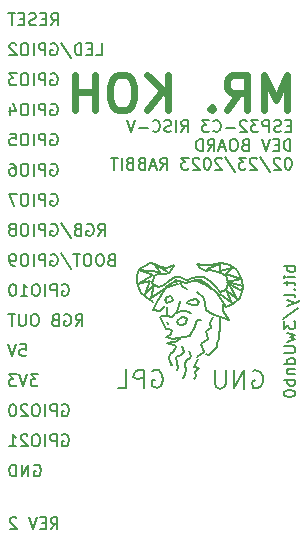
<source format=gbo>
%TF.GenerationSoftware,KiCad,Pcbnew,(6.0.10)*%
%TF.CreationDate,2023-02-05T17:29:38-05:00*%
%TF.ProjectId,MrKoh,4d724b6f-682e-46b6-9963-61645f706362,1*%
%TF.SameCoordinates,Original*%
%TF.FileFunction,Legend,Bot*%
%TF.FilePolarity,Positive*%
%FSLAX46Y46*%
G04 Gerber Fmt 4.6, Leading zero omitted, Abs format (unit mm)*
G04 Created by KiCad (PCBNEW (6.0.10)) date 2023-02-05 17:29:38*
%MOMM*%
%LPD*%
G01*
G04 APERTURE LIST*
%ADD10C,0.150000*%
%ADD11C,0.600000*%
%ADD12C,1.152000*%
%ADD13R,1.700000X1.700000*%
%ADD14O,1.700000X1.700000*%
%ADD15O,1.000000X1.600000*%
%ADD16C,0.650000*%
%ADD17O,1.000000X2.100000*%
G04 APERTURE END LIST*
D10*
X20828571Y-78527380D02*
X21161904Y-78051190D01*
X21400000Y-78527380D02*
X21400000Y-77527380D01*
X21019047Y-77527380D01*
X20923809Y-77575000D01*
X20876190Y-77622619D01*
X20828571Y-77717857D01*
X20828571Y-77860714D01*
X20876190Y-77955952D01*
X20923809Y-78003571D01*
X21019047Y-78051190D01*
X21400000Y-78051190D01*
X20400000Y-78003571D02*
X20066666Y-78003571D01*
X19923809Y-78527380D02*
X20400000Y-78527380D01*
X20400000Y-77527380D01*
X19923809Y-77527380D01*
X19638095Y-77527380D02*
X19304761Y-78527380D01*
X18971428Y-77527380D01*
X17923809Y-77622619D02*
X17876190Y-77575000D01*
X17780952Y-77527380D01*
X17542857Y-77527380D01*
X17447619Y-77575000D01*
X17400000Y-77622619D01*
X17352380Y-77717857D01*
X17352380Y-77813095D01*
X17400000Y-77955952D01*
X17971428Y-78527380D01*
X17352380Y-78527380D01*
X41126190Y-46489880D02*
X41126190Y-45489880D01*
X40888095Y-45489880D01*
X40745238Y-45537500D01*
X40650000Y-45632738D01*
X40602380Y-45727976D01*
X40554761Y-45918452D01*
X40554761Y-46061309D01*
X40602380Y-46251785D01*
X40650000Y-46347023D01*
X40745238Y-46442261D01*
X40888095Y-46489880D01*
X41126190Y-46489880D01*
X40126190Y-45966071D02*
X39792857Y-45966071D01*
X39650000Y-46489880D02*
X40126190Y-46489880D01*
X40126190Y-45489880D01*
X39650000Y-45489880D01*
X39364285Y-45489880D02*
X39030952Y-46489880D01*
X38697619Y-45489880D01*
X37269047Y-45966071D02*
X37126190Y-46013690D01*
X37078571Y-46061309D01*
X37030952Y-46156547D01*
X37030952Y-46299404D01*
X37078571Y-46394642D01*
X37126190Y-46442261D01*
X37221428Y-46489880D01*
X37602380Y-46489880D01*
X37602380Y-45489880D01*
X37269047Y-45489880D01*
X37173809Y-45537500D01*
X37126190Y-45585119D01*
X37078571Y-45680357D01*
X37078571Y-45775595D01*
X37126190Y-45870833D01*
X37173809Y-45918452D01*
X37269047Y-45966071D01*
X37602380Y-45966071D01*
X36411904Y-45489880D02*
X36221428Y-45489880D01*
X36126190Y-45537500D01*
X36030952Y-45632738D01*
X35983333Y-45823214D01*
X35983333Y-46156547D01*
X36030952Y-46347023D01*
X36126190Y-46442261D01*
X36221428Y-46489880D01*
X36411904Y-46489880D01*
X36507142Y-46442261D01*
X36602380Y-46347023D01*
X36650000Y-46156547D01*
X36650000Y-45823214D01*
X36602380Y-45632738D01*
X36507142Y-45537500D01*
X36411904Y-45489880D01*
X35602380Y-46204166D02*
X35126190Y-46204166D01*
X35697619Y-46489880D02*
X35364285Y-45489880D01*
X35030952Y-46489880D01*
X34126190Y-46489880D02*
X34459523Y-46013690D01*
X34697619Y-46489880D02*
X34697619Y-45489880D01*
X34316666Y-45489880D01*
X34221428Y-45537500D01*
X34173809Y-45585119D01*
X34126190Y-45680357D01*
X34126190Y-45823214D01*
X34173809Y-45918452D01*
X34221428Y-45966071D01*
X34316666Y-46013690D01*
X34697619Y-46013690D01*
X33697619Y-46489880D02*
X33697619Y-45489880D01*
X33459523Y-45489880D01*
X33316666Y-45537500D01*
X33221428Y-45632738D01*
X33173809Y-45727976D01*
X33126190Y-45918452D01*
X33126190Y-46061309D01*
X33173809Y-46251785D01*
X33221428Y-46347023D01*
X33316666Y-46442261D01*
X33459523Y-46489880D01*
X33697619Y-46489880D01*
X20852380Y-47633330D02*
X20947618Y-47585710D01*
X21090475Y-47585710D01*
X21233332Y-47633330D01*
X21328570Y-47728568D01*
X21376190Y-47823806D01*
X21423809Y-48014282D01*
X21423809Y-48157139D01*
X21376190Y-48347615D01*
X21328570Y-48442853D01*
X21233332Y-48538091D01*
X21090475Y-48585710D01*
X20995237Y-48585710D01*
X20852380Y-48538091D01*
X20804761Y-48490472D01*
X20804761Y-48157139D01*
X20995237Y-48157139D01*
X20376190Y-48585710D02*
X20376190Y-47585710D01*
X19995237Y-47585710D01*
X19899999Y-47633330D01*
X19852380Y-47680949D01*
X19804761Y-47776187D01*
X19804761Y-47919044D01*
X19852380Y-48014282D01*
X19899999Y-48061901D01*
X19995237Y-48109520D01*
X20376190Y-48109520D01*
X19376190Y-48585710D02*
X19376190Y-47585710D01*
X18709523Y-47585710D02*
X18519047Y-47585710D01*
X18423809Y-47633330D01*
X18328570Y-47728568D01*
X18280951Y-47919044D01*
X18280951Y-48252377D01*
X18328570Y-48442853D01*
X18423809Y-48538091D01*
X18519047Y-48585710D01*
X18709523Y-48585710D01*
X18804761Y-48538091D01*
X18899999Y-48442853D01*
X18947618Y-48252377D01*
X18947618Y-47919044D01*
X18899999Y-47728568D01*
X18804761Y-47633330D01*
X18709523Y-47585710D01*
X17423809Y-47585710D02*
X17614285Y-47585710D01*
X17709523Y-47633330D01*
X17757142Y-47680949D01*
X17852380Y-47823806D01*
X17899999Y-48014282D01*
X17899999Y-48395234D01*
X17852380Y-48490472D01*
X17804761Y-48538091D01*
X17709523Y-48585710D01*
X17519047Y-48585710D01*
X17423809Y-48538091D01*
X17376190Y-48490472D01*
X17328570Y-48395234D01*
X17328570Y-48157139D01*
X17376190Y-48061901D01*
X17423809Y-48014282D01*
X17519047Y-47966663D01*
X17709523Y-47966663D01*
X17804761Y-48014282D01*
X17852380Y-48061901D01*
X17899999Y-48157139D01*
X41542380Y-56270000D02*
X40542380Y-56270000D01*
X40923333Y-56270000D02*
X40875714Y-56365238D01*
X40875714Y-56555714D01*
X40923333Y-56650952D01*
X40970952Y-56698571D01*
X41066190Y-56746190D01*
X41351904Y-56746190D01*
X41447142Y-56698571D01*
X41494761Y-56650952D01*
X41542380Y-56555714D01*
X41542380Y-56365238D01*
X41494761Y-56270000D01*
X41542380Y-57174761D02*
X40875714Y-57174761D01*
X40542380Y-57174761D02*
X40590000Y-57127142D01*
X40637619Y-57174761D01*
X40590000Y-57222380D01*
X40542380Y-57174761D01*
X40637619Y-57174761D01*
X40875714Y-57508095D02*
X40875714Y-57889047D01*
X40542380Y-57650952D02*
X41399523Y-57650952D01*
X41494761Y-57698571D01*
X41542380Y-57793809D01*
X41542380Y-57889047D01*
X41447142Y-58222380D02*
X41494761Y-58270000D01*
X41542380Y-58222380D01*
X41494761Y-58174761D01*
X41447142Y-58222380D01*
X41542380Y-58222380D01*
X41542380Y-58841428D02*
X41494761Y-58746190D01*
X41399523Y-58698571D01*
X40542380Y-58698571D01*
X40875714Y-59127142D02*
X41542380Y-59365238D01*
X40875714Y-59603333D02*
X41542380Y-59365238D01*
X41780476Y-59270000D01*
X41828095Y-59222380D01*
X41875714Y-59127142D01*
X40494761Y-60698571D02*
X41780476Y-59841428D01*
X40542380Y-60936666D02*
X40542380Y-61555714D01*
X40923333Y-61222380D01*
X40923333Y-61365238D01*
X40970952Y-61460476D01*
X41018571Y-61508095D01*
X41113809Y-61555714D01*
X41351904Y-61555714D01*
X41447142Y-61508095D01*
X41494761Y-61460476D01*
X41542380Y-61365238D01*
X41542380Y-61079523D01*
X41494761Y-60984285D01*
X41447142Y-60936666D01*
X40875714Y-61889047D02*
X41542380Y-62079523D01*
X41066190Y-62270000D01*
X41542380Y-62460476D01*
X40875714Y-62650952D01*
X40542380Y-63031904D02*
X41351904Y-63031904D01*
X41447142Y-63079523D01*
X41494761Y-63127142D01*
X41542380Y-63222380D01*
X41542380Y-63412857D01*
X41494761Y-63508095D01*
X41447142Y-63555714D01*
X41351904Y-63603333D01*
X40542380Y-63603333D01*
X41542380Y-64508095D02*
X40542380Y-64508095D01*
X41494761Y-64508095D02*
X41542380Y-64412857D01*
X41542380Y-64222380D01*
X41494761Y-64127142D01*
X41447142Y-64079523D01*
X41351904Y-64031904D01*
X41066190Y-64031904D01*
X40970952Y-64079523D01*
X40923333Y-64127142D01*
X40875714Y-64222380D01*
X40875714Y-64412857D01*
X40923333Y-64508095D01*
X40875714Y-64984285D02*
X41542380Y-64984285D01*
X40970952Y-64984285D02*
X40923333Y-65031904D01*
X40875714Y-65127142D01*
X40875714Y-65270000D01*
X40923333Y-65365238D01*
X41018571Y-65412857D01*
X41542380Y-65412857D01*
X41542380Y-65889047D02*
X40542380Y-65889047D01*
X40923333Y-65889047D02*
X40875714Y-65984285D01*
X40875714Y-66174761D01*
X40923333Y-66270000D01*
X40970952Y-66317619D01*
X41066190Y-66365238D01*
X41351904Y-66365238D01*
X41447142Y-66317619D01*
X41494761Y-66270000D01*
X41542380Y-66174761D01*
X41542380Y-65984285D01*
X41494761Y-65889047D01*
X40542380Y-66984285D02*
X40542380Y-67079523D01*
X40590000Y-67174761D01*
X40637619Y-67222380D01*
X40732857Y-67270000D01*
X40923333Y-67317619D01*
X41161428Y-67317619D01*
X41351904Y-67270000D01*
X41447142Y-67222380D01*
X41494761Y-67174761D01*
X41542380Y-67079523D01*
X41542380Y-66984285D01*
X41494761Y-66889047D01*
X41447142Y-66841428D01*
X41351904Y-66793809D01*
X41161428Y-66746190D01*
X40923333Y-66746190D01*
X40732857Y-66793809D01*
X40637619Y-66841428D01*
X40590000Y-66889047D01*
X40542380Y-66984285D01*
X21804760Y-57819994D02*
X21899999Y-57772374D01*
X22042856Y-57772374D01*
X22185713Y-57819994D01*
X22280951Y-57915232D01*
X22328570Y-58010470D01*
X22376189Y-58200946D01*
X22376189Y-58343803D01*
X22328570Y-58534279D01*
X22280951Y-58629517D01*
X22185713Y-58724755D01*
X22042856Y-58772374D01*
X21947618Y-58772374D01*
X21804760Y-58724755D01*
X21757141Y-58677136D01*
X21757141Y-58343803D01*
X21947618Y-58343803D01*
X21328570Y-58772374D02*
X21328570Y-57772374D01*
X20947618Y-57772374D01*
X20852380Y-57819994D01*
X20804760Y-57867613D01*
X20757141Y-57962851D01*
X20757141Y-58105708D01*
X20804760Y-58200946D01*
X20852380Y-58248565D01*
X20947618Y-58296184D01*
X21328570Y-58296184D01*
X20328570Y-58772374D02*
X20328570Y-57772374D01*
X19661903Y-57772374D02*
X19471427Y-57772374D01*
X19376189Y-57819994D01*
X19280951Y-57915232D01*
X19233332Y-58105708D01*
X19233332Y-58439041D01*
X19280951Y-58629517D01*
X19376189Y-58724755D01*
X19471427Y-58772374D01*
X19661903Y-58772374D01*
X19757141Y-58724755D01*
X19852380Y-58629517D01*
X19899999Y-58439041D01*
X19899999Y-58105708D01*
X19852380Y-57915232D01*
X19757141Y-57819994D01*
X19661903Y-57772374D01*
X18280951Y-58772374D02*
X18852380Y-58772374D01*
X18566665Y-58772374D02*
X18566665Y-57772374D01*
X18661903Y-57915232D01*
X18757141Y-58010470D01*
X18852380Y-58058089D01*
X17661903Y-57772374D02*
X17566665Y-57772374D01*
X17471427Y-57819994D01*
X17423808Y-57867613D01*
X17376189Y-57962851D01*
X17328570Y-58153327D01*
X17328570Y-58391422D01*
X17376189Y-58581898D01*
X17423808Y-58677136D01*
X17471427Y-58724755D01*
X17566665Y-58772374D01*
X17661903Y-58772374D01*
X17757141Y-58724755D01*
X17804760Y-58677136D01*
X17852380Y-58581898D01*
X17899999Y-58391422D01*
X17899999Y-58153327D01*
X17852380Y-57962851D01*
X17804760Y-57867613D01*
X17757141Y-57819994D01*
X17661903Y-57772374D01*
X21804760Y-70553324D02*
X21899999Y-70505704D01*
X22042856Y-70505704D01*
X22185713Y-70553324D01*
X22280951Y-70648562D01*
X22328570Y-70743800D01*
X22376189Y-70934276D01*
X22376189Y-71077133D01*
X22328570Y-71267609D01*
X22280951Y-71362847D01*
X22185713Y-71458085D01*
X22042856Y-71505704D01*
X21947618Y-71505704D01*
X21804760Y-71458085D01*
X21757141Y-71410466D01*
X21757141Y-71077133D01*
X21947618Y-71077133D01*
X21328570Y-71505704D02*
X21328570Y-70505704D01*
X20947618Y-70505704D01*
X20852380Y-70553324D01*
X20804760Y-70600943D01*
X20757141Y-70696181D01*
X20757141Y-70839038D01*
X20804760Y-70934276D01*
X20852380Y-70981895D01*
X20947618Y-71029514D01*
X21328570Y-71029514D01*
X20328570Y-71505704D02*
X20328570Y-70505704D01*
X19661903Y-70505704D02*
X19471427Y-70505704D01*
X19376189Y-70553324D01*
X19280951Y-70648562D01*
X19233332Y-70839038D01*
X19233332Y-71172371D01*
X19280951Y-71362847D01*
X19376189Y-71458085D01*
X19471427Y-71505704D01*
X19661903Y-71505704D01*
X19757141Y-71458085D01*
X19852380Y-71362847D01*
X19899999Y-71172371D01*
X19899999Y-70839038D01*
X19852380Y-70648562D01*
X19757141Y-70553324D01*
X19661903Y-70505704D01*
X18852380Y-70600943D02*
X18804760Y-70553324D01*
X18709522Y-70505704D01*
X18471427Y-70505704D01*
X18376189Y-70553324D01*
X18328570Y-70600943D01*
X18280951Y-70696181D01*
X18280951Y-70791419D01*
X18328570Y-70934276D01*
X18899999Y-71505704D01*
X18280951Y-71505704D01*
X17328570Y-71505704D02*
X17899999Y-71505704D01*
X17614284Y-71505704D02*
X17614284Y-70505704D01*
X17709522Y-70648562D01*
X17804760Y-70743800D01*
X17899999Y-70791419D01*
X19757142Y-65412372D02*
X19138094Y-65412372D01*
X19471427Y-65793325D01*
X19328570Y-65793325D01*
X19233332Y-65840944D01*
X19185713Y-65888563D01*
X19138094Y-65983801D01*
X19138094Y-66221896D01*
X19185713Y-66317134D01*
X19233332Y-66364753D01*
X19328570Y-66412372D01*
X19614285Y-66412372D01*
X19709523Y-66364753D01*
X19757142Y-66317134D01*
X18852380Y-65412372D02*
X18519047Y-66412372D01*
X18185713Y-65412372D01*
X17947618Y-65412372D02*
X17328570Y-65412372D01*
X17661904Y-65793325D01*
X17519047Y-65793325D01*
X17423808Y-65840944D01*
X17376189Y-65888563D01*
X17328570Y-65983801D01*
X17328570Y-66221896D01*
X17376189Y-66317134D01*
X17423808Y-66364753D01*
X17519047Y-66412372D01*
X17804761Y-66412372D01*
X17899999Y-66364753D01*
X17947618Y-66317134D01*
X24852380Y-53679042D02*
X25185714Y-53202852D01*
X25423809Y-53679042D02*
X25423809Y-52679042D01*
X25042857Y-52679042D01*
X24947619Y-52726662D01*
X24900000Y-52774281D01*
X24852380Y-52869519D01*
X24852380Y-53012376D01*
X24900000Y-53107614D01*
X24947619Y-53155233D01*
X25042857Y-53202852D01*
X25423809Y-53202852D01*
X23900000Y-52726662D02*
X23995238Y-52679042D01*
X24138095Y-52679042D01*
X24280952Y-52726662D01*
X24376190Y-52821900D01*
X24423809Y-52917138D01*
X24471428Y-53107614D01*
X24471428Y-53250471D01*
X24423809Y-53440947D01*
X24376190Y-53536185D01*
X24280952Y-53631423D01*
X24138095Y-53679042D01*
X24042857Y-53679042D01*
X23900000Y-53631423D01*
X23852380Y-53583804D01*
X23852380Y-53250471D01*
X24042857Y-53250471D01*
X23090476Y-53155233D02*
X22947619Y-53202852D01*
X22900000Y-53250471D01*
X22852380Y-53345709D01*
X22852380Y-53488566D01*
X22900000Y-53583804D01*
X22947619Y-53631423D01*
X23042857Y-53679042D01*
X23423809Y-53679042D01*
X23423809Y-52679042D01*
X23090476Y-52679042D01*
X22995238Y-52726662D01*
X22947619Y-52774281D01*
X22900000Y-52869519D01*
X22900000Y-52964757D01*
X22947619Y-53059995D01*
X22995238Y-53107614D01*
X23090476Y-53155233D01*
X23423809Y-53155233D01*
X21709523Y-52631423D02*
X22566666Y-53917138D01*
X20852380Y-52726662D02*
X20947619Y-52679042D01*
X21090476Y-52679042D01*
X21233333Y-52726662D01*
X21328571Y-52821900D01*
X21376190Y-52917138D01*
X21423809Y-53107614D01*
X21423809Y-53250471D01*
X21376190Y-53440947D01*
X21328571Y-53536185D01*
X21233333Y-53631423D01*
X21090476Y-53679042D01*
X20995238Y-53679042D01*
X20852380Y-53631423D01*
X20804761Y-53583804D01*
X20804761Y-53250471D01*
X20995238Y-53250471D01*
X20376190Y-53679042D02*
X20376190Y-52679042D01*
X19995238Y-52679042D01*
X19900000Y-52726662D01*
X19852380Y-52774281D01*
X19804761Y-52869519D01*
X19804761Y-53012376D01*
X19852380Y-53107614D01*
X19900000Y-53155233D01*
X19995238Y-53202852D01*
X20376190Y-53202852D01*
X19376190Y-53679042D02*
X19376190Y-52679042D01*
X18709523Y-52679042D02*
X18519047Y-52679042D01*
X18423809Y-52726662D01*
X18328571Y-52821900D01*
X18280952Y-53012376D01*
X18280952Y-53345709D01*
X18328571Y-53536185D01*
X18423809Y-53631423D01*
X18519047Y-53679042D01*
X18709523Y-53679042D01*
X18804761Y-53631423D01*
X18900000Y-53536185D01*
X18947619Y-53345709D01*
X18947619Y-53012376D01*
X18900000Y-52821900D01*
X18804761Y-52726662D01*
X18709523Y-52679042D01*
X17709523Y-53107614D02*
X17804761Y-53059995D01*
X17852380Y-53012376D01*
X17900000Y-52917138D01*
X17900000Y-52869519D01*
X17852380Y-52774281D01*
X17804761Y-52726662D01*
X17709523Y-52679042D01*
X17519047Y-52679042D01*
X17423809Y-52726662D01*
X17376190Y-52774281D01*
X17328571Y-52869519D01*
X17328571Y-52917138D01*
X17376190Y-53012376D01*
X17423809Y-53059995D01*
X17519047Y-53107614D01*
X17709523Y-53107614D01*
X17804761Y-53155233D01*
X17852380Y-53202852D01*
X17900000Y-53298090D01*
X17900000Y-53488566D01*
X17852380Y-53583804D01*
X17804761Y-53631423D01*
X17709523Y-53679042D01*
X17519047Y-53679042D01*
X17423809Y-53631423D01*
X17376190Y-53583804D01*
X17328571Y-53488566D01*
X17328571Y-53298090D01*
X17376190Y-53202852D01*
X17423809Y-53155233D01*
X17519047Y-53107614D01*
X24661903Y-38399046D02*
X25138094Y-38399046D01*
X25138094Y-37399046D01*
X24328570Y-37875237D02*
X23995237Y-37875237D01*
X23852380Y-38399046D02*
X24328570Y-38399046D01*
X24328570Y-37399046D01*
X23852380Y-37399046D01*
X23423808Y-38399046D02*
X23423808Y-37399046D01*
X23185713Y-37399046D01*
X23042856Y-37446666D01*
X22947618Y-37541904D01*
X22899999Y-37637142D01*
X22852380Y-37827618D01*
X22852380Y-37970475D01*
X22899999Y-38160951D01*
X22947618Y-38256189D01*
X23042856Y-38351427D01*
X23185713Y-38399046D01*
X23423808Y-38399046D01*
X21709522Y-37351427D02*
X22566665Y-38637142D01*
X20852380Y-37446666D02*
X20947618Y-37399046D01*
X21090475Y-37399046D01*
X21233332Y-37446666D01*
X21328570Y-37541904D01*
X21376189Y-37637142D01*
X21423808Y-37827618D01*
X21423808Y-37970475D01*
X21376189Y-38160951D01*
X21328570Y-38256189D01*
X21233332Y-38351427D01*
X21090475Y-38399046D01*
X20995237Y-38399046D01*
X20852380Y-38351427D01*
X20804761Y-38303808D01*
X20804761Y-37970475D01*
X20995237Y-37970475D01*
X20376189Y-38399046D02*
X20376189Y-37399046D01*
X19995237Y-37399046D01*
X19899999Y-37446666D01*
X19852380Y-37494285D01*
X19804761Y-37589523D01*
X19804761Y-37732380D01*
X19852380Y-37827618D01*
X19899999Y-37875237D01*
X19995237Y-37922856D01*
X20376189Y-37922856D01*
X19376189Y-38399046D02*
X19376189Y-37399046D01*
X18709522Y-37399046D02*
X18519046Y-37399046D01*
X18423808Y-37446666D01*
X18328570Y-37541904D01*
X18280951Y-37732380D01*
X18280951Y-38065713D01*
X18328570Y-38256189D01*
X18423808Y-38351427D01*
X18519046Y-38399046D01*
X18709522Y-38399046D01*
X18804761Y-38351427D01*
X18899999Y-38256189D01*
X18947618Y-38065713D01*
X18947618Y-37732380D01*
X18899999Y-37541904D01*
X18804761Y-37446666D01*
X18709522Y-37399046D01*
X17899999Y-37494285D02*
X17852380Y-37446666D01*
X17757142Y-37399046D01*
X17519046Y-37399046D01*
X17423808Y-37446666D01*
X17376189Y-37494285D01*
X17328570Y-37589523D01*
X17328570Y-37684761D01*
X17376189Y-37827618D01*
X17947618Y-38399046D01*
X17328570Y-38399046D01*
X20852380Y-45086664D02*
X20947618Y-45039044D01*
X21090475Y-45039044D01*
X21233332Y-45086664D01*
X21328570Y-45181902D01*
X21376190Y-45277140D01*
X21423809Y-45467616D01*
X21423809Y-45610473D01*
X21376190Y-45800949D01*
X21328570Y-45896187D01*
X21233332Y-45991425D01*
X21090475Y-46039044D01*
X20995237Y-46039044D01*
X20852380Y-45991425D01*
X20804761Y-45943806D01*
X20804761Y-45610473D01*
X20995237Y-45610473D01*
X20376190Y-46039044D02*
X20376190Y-45039044D01*
X19995237Y-45039044D01*
X19899999Y-45086664D01*
X19852380Y-45134283D01*
X19804761Y-45229521D01*
X19804761Y-45372378D01*
X19852380Y-45467616D01*
X19899999Y-45515235D01*
X19995237Y-45562854D01*
X20376190Y-45562854D01*
X19376190Y-46039044D02*
X19376190Y-45039044D01*
X18709523Y-45039044D02*
X18519047Y-45039044D01*
X18423809Y-45086664D01*
X18328570Y-45181902D01*
X18280951Y-45372378D01*
X18280951Y-45705711D01*
X18328570Y-45896187D01*
X18423809Y-45991425D01*
X18519047Y-46039044D01*
X18709523Y-46039044D01*
X18804761Y-45991425D01*
X18899999Y-45896187D01*
X18947618Y-45705711D01*
X18947618Y-45372378D01*
X18899999Y-45181902D01*
X18804761Y-45086664D01*
X18709523Y-45039044D01*
X17376190Y-45039044D02*
X17852380Y-45039044D01*
X17899999Y-45515235D01*
X17852380Y-45467616D01*
X17757142Y-45419997D01*
X17519047Y-45419997D01*
X17423809Y-45467616D01*
X17376190Y-45515235D01*
X17328570Y-45610473D01*
X17328570Y-45848568D01*
X17376190Y-45943806D01*
X17423809Y-45991425D01*
X17519047Y-46039044D01*
X17757142Y-46039044D01*
X17852380Y-45991425D01*
X17899999Y-45943806D01*
X25947618Y-55701899D02*
X25804761Y-55749518D01*
X25757142Y-55797137D01*
X25709523Y-55892375D01*
X25709523Y-56035232D01*
X25757142Y-56130470D01*
X25804761Y-56178089D01*
X25899999Y-56225708D01*
X26280951Y-56225708D01*
X26280951Y-55225708D01*
X25947618Y-55225708D01*
X25852380Y-55273328D01*
X25804761Y-55320947D01*
X25757142Y-55416185D01*
X25757142Y-55511423D01*
X25804761Y-55606661D01*
X25852380Y-55654280D01*
X25947618Y-55701899D01*
X26280951Y-55701899D01*
X25090475Y-55225708D02*
X24899999Y-55225708D01*
X24804761Y-55273328D01*
X24709523Y-55368566D01*
X24661904Y-55559042D01*
X24661904Y-55892375D01*
X24709523Y-56082851D01*
X24804761Y-56178089D01*
X24899999Y-56225708D01*
X25090475Y-56225708D01*
X25185713Y-56178089D01*
X25280951Y-56082851D01*
X25328571Y-55892375D01*
X25328571Y-55559042D01*
X25280951Y-55368566D01*
X25185713Y-55273328D01*
X25090475Y-55225708D01*
X24042856Y-55225708D02*
X23852380Y-55225708D01*
X23757142Y-55273328D01*
X23661904Y-55368566D01*
X23614285Y-55559042D01*
X23614285Y-55892375D01*
X23661904Y-56082851D01*
X23757142Y-56178089D01*
X23852380Y-56225708D01*
X24042856Y-56225708D01*
X24138094Y-56178089D01*
X24233332Y-56082851D01*
X24280951Y-55892375D01*
X24280951Y-55559042D01*
X24233332Y-55368566D01*
X24138094Y-55273328D01*
X24042856Y-55225708D01*
X23328571Y-55225708D02*
X22757142Y-55225708D01*
X23042856Y-56225708D02*
X23042856Y-55225708D01*
X21709523Y-55178089D02*
X22566666Y-56463804D01*
X20852380Y-55273328D02*
X20947618Y-55225708D01*
X21090475Y-55225708D01*
X21233332Y-55273328D01*
X21328571Y-55368566D01*
X21376190Y-55463804D01*
X21423809Y-55654280D01*
X21423809Y-55797137D01*
X21376190Y-55987613D01*
X21328571Y-56082851D01*
X21233332Y-56178089D01*
X21090475Y-56225708D01*
X20995237Y-56225708D01*
X20852380Y-56178089D01*
X20804761Y-56130470D01*
X20804761Y-55797137D01*
X20995237Y-55797137D01*
X20376190Y-56225708D02*
X20376190Y-55225708D01*
X19995237Y-55225708D01*
X19899999Y-55273328D01*
X19852380Y-55320947D01*
X19804761Y-55416185D01*
X19804761Y-55559042D01*
X19852380Y-55654280D01*
X19899999Y-55701899D01*
X19995237Y-55749518D01*
X20376190Y-55749518D01*
X19376190Y-56225708D02*
X19376190Y-55225708D01*
X18709523Y-55225708D02*
X18519047Y-55225708D01*
X18423809Y-55273328D01*
X18328570Y-55368566D01*
X18280951Y-55559042D01*
X18280951Y-55892375D01*
X18328570Y-56082851D01*
X18423809Y-56178089D01*
X18519047Y-56225708D01*
X18709523Y-56225708D01*
X18804761Y-56178089D01*
X18899999Y-56082851D01*
X18947618Y-55892375D01*
X18947618Y-55559042D01*
X18899999Y-55368566D01*
X18804761Y-55273328D01*
X18709523Y-55225708D01*
X17804761Y-56225708D02*
X17614285Y-56225708D01*
X17519047Y-56178089D01*
X17471428Y-56130470D01*
X17376190Y-55987613D01*
X17328570Y-55797137D01*
X17328570Y-55416185D01*
X17376190Y-55320947D01*
X17423809Y-55273328D01*
X17519047Y-55225708D01*
X17709523Y-55225708D01*
X17804761Y-55273328D01*
X17852380Y-55320947D01*
X17899999Y-55416185D01*
X17899999Y-55654280D01*
X17852380Y-55749518D01*
X17804761Y-55797137D01*
X17709523Y-55844756D01*
X17519047Y-55844756D01*
X17423809Y-55797137D01*
X17376190Y-55749518D01*
X17328570Y-55654280D01*
X20852380Y-42539998D02*
X20947618Y-42492378D01*
X21090475Y-42492378D01*
X21233332Y-42539998D01*
X21328570Y-42635236D01*
X21376190Y-42730474D01*
X21423809Y-42920950D01*
X21423809Y-43063807D01*
X21376190Y-43254283D01*
X21328570Y-43349521D01*
X21233332Y-43444759D01*
X21090475Y-43492378D01*
X20995237Y-43492378D01*
X20852380Y-43444759D01*
X20804761Y-43397140D01*
X20804761Y-43063807D01*
X20995237Y-43063807D01*
X20376190Y-43492378D02*
X20376190Y-42492378D01*
X19995237Y-42492378D01*
X19899999Y-42539998D01*
X19852380Y-42587617D01*
X19804761Y-42682855D01*
X19804761Y-42825712D01*
X19852380Y-42920950D01*
X19899999Y-42968569D01*
X19995237Y-43016188D01*
X20376190Y-43016188D01*
X19376190Y-43492378D02*
X19376190Y-42492378D01*
X18709523Y-42492378D02*
X18519047Y-42492378D01*
X18423809Y-42539998D01*
X18328570Y-42635236D01*
X18280951Y-42825712D01*
X18280951Y-43159045D01*
X18328570Y-43349521D01*
X18423809Y-43444759D01*
X18519047Y-43492378D01*
X18709523Y-43492378D01*
X18804761Y-43444759D01*
X18899999Y-43349521D01*
X18947618Y-43159045D01*
X18947618Y-42825712D01*
X18899999Y-42635236D01*
X18804761Y-42539998D01*
X18709523Y-42492378D01*
X17423809Y-42825712D02*
X17423809Y-43492378D01*
X17661904Y-42444759D02*
X17899999Y-43159045D01*
X17280951Y-43159045D01*
X19423808Y-73100000D02*
X19519046Y-73052380D01*
X19661904Y-73052380D01*
X19804761Y-73100000D01*
X19899999Y-73195238D01*
X19947618Y-73290476D01*
X19995237Y-73480952D01*
X19995237Y-73623809D01*
X19947618Y-73814285D01*
X19899999Y-73909523D01*
X19804761Y-74004761D01*
X19661904Y-74052380D01*
X19566665Y-74052380D01*
X19423808Y-74004761D01*
X19376189Y-73957142D01*
X19376189Y-73623809D01*
X19566665Y-73623809D01*
X18947618Y-74052380D02*
X18947618Y-73052380D01*
X18376189Y-74052380D01*
X18376189Y-73052380D01*
X17899999Y-74052380D02*
X17899999Y-73052380D01*
X17661904Y-73052380D01*
X17519046Y-73100000D01*
X17423808Y-73195238D01*
X17376189Y-73290476D01*
X17328570Y-73480952D01*
X17328570Y-73623809D01*
X17376189Y-73814285D01*
X17423808Y-73909523D01*
X17519046Y-74004761D01*
X17661904Y-74052380D01*
X17899999Y-74052380D01*
X20852380Y-50179996D02*
X20947618Y-50132376D01*
X21090475Y-50132376D01*
X21233332Y-50179996D01*
X21328570Y-50275234D01*
X21376190Y-50370472D01*
X21423809Y-50560948D01*
X21423809Y-50703805D01*
X21376190Y-50894281D01*
X21328570Y-50989519D01*
X21233332Y-51084757D01*
X21090475Y-51132376D01*
X20995237Y-51132376D01*
X20852380Y-51084757D01*
X20804761Y-51037138D01*
X20804761Y-50703805D01*
X20995237Y-50703805D01*
X20376190Y-51132376D02*
X20376190Y-50132376D01*
X19995237Y-50132376D01*
X19899999Y-50179996D01*
X19852380Y-50227615D01*
X19804761Y-50322853D01*
X19804761Y-50465710D01*
X19852380Y-50560948D01*
X19899999Y-50608567D01*
X19995237Y-50656186D01*
X20376190Y-50656186D01*
X19376190Y-51132376D02*
X19376190Y-50132376D01*
X18709523Y-50132376D02*
X18519047Y-50132376D01*
X18423809Y-50179996D01*
X18328570Y-50275234D01*
X18280951Y-50465710D01*
X18280951Y-50799043D01*
X18328570Y-50989519D01*
X18423809Y-51084757D01*
X18519047Y-51132376D01*
X18709523Y-51132376D01*
X18804761Y-51084757D01*
X18899999Y-50989519D01*
X18947618Y-50799043D01*
X18947618Y-50465710D01*
X18899999Y-50275234D01*
X18804761Y-50179996D01*
X18709523Y-50132376D01*
X17947618Y-50132376D02*
X17280951Y-50132376D01*
X17709523Y-51132376D01*
X41172619Y-44378571D02*
X40839286Y-44378571D01*
X40696428Y-44902380D02*
X41172619Y-44902380D01*
X41172619Y-43902380D01*
X40696428Y-43902380D01*
X40315476Y-44854761D02*
X40172619Y-44902380D01*
X39934524Y-44902380D01*
X39839286Y-44854761D01*
X39791667Y-44807142D01*
X39744047Y-44711904D01*
X39744047Y-44616666D01*
X39791667Y-44521428D01*
X39839286Y-44473809D01*
X39934524Y-44426190D01*
X40125000Y-44378571D01*
X40220238Y-44330952D01*
X40267857Y-44283333D01*
X40315476Y-44188095D01*
X40315476Y-44092857D01*
X40267857Y-43997619D01*
X40220238Y-43950000D01*
X40125000Y-43902380D01*
X39886905Y-43902380D01*
X39744047Y-43950000D01*
X39315476Y-44902380D02*
X39315476Y-43902380D01*
X38934524Y-43902380D01*
X38839286Y-43950000D01*
X38791667Y-43997619D01*
X38744047Y-44092857D01*
X38744047Y-44235714D01*
X38791667Y-44330952D01*
X38839286Y-44378571D01*
X38934524Y-44426190D01*
X39315476Y-44426190D01*
X38410714Y-43902380D02*
X37791667Y-43902380D01*
X38125000Y-44283333D01*
X37982143Y-44283333D01*
X37886905Y-44330952D01*
X37839286Y-44378571D01*
X37791667Y-44473809D01*
X37791667Y-44711904D01*
X37839286Y-44807142D01*
X37886905Y-44854761D01*
X37982143Y-44902380D01*
X38267857Y-44902380D01*
X38363095Y-44854761D01*
X38410714Y-44807142D01*
X37410714Y-43997619D02*
X37363095Y-43950000D01*
X37267857Y-43902380D01*
X37029762Y-43902380D01*
X36934524Y-43950000D01*
X36886905Y-43997619D01*
X36839286Y-44092857D01*
X36839286Y-44188095D01*
X36886905Y-44330952D01*
X37458333Y-44902380D01*
X36839286Y-44902380D01*
X36410714Y-44521428D02*
X35648809Y-44521428D01*
X34601190Y-44807142D02*
X34648809Y-44854761D01*
X34791667Y-44902380D01*
X34886905Y-44902380D01*
X35029762Y-44854761D01*
X35125000Y-44759523D01*
X35172619Y-44664285D01*
X35220238Y-44473809D01*
X35220238Y-44330952D01*
X35172619Y-44140476D01*
X35125000Y-44045238D01*
X35029762Y-43950000D01*
X34886905Y-43902380D01*
X34791667Y-43902380D01*
X34648809Y-43950000D01*
X34601190Y-43997619D01*
X34267857Y-43902380D02*
X33648809Y-43902380D01*
X33982143Y-44283333D01*
X33839286Y-44283333D01*
X33744047Y-44330952D01*
X33696428Y-44378571D01*
X33648809Y-44473809D01*
X33648809Y-44711904D01*
X33696428Y-44807142D01*
X33744047Y-44854761D01*
X33839286Y-44902380D01*
X34125000Y-44902380D01*
X34220238Y-44854761D01*
X34267857Y-44807142D01*
X31886905Y-44902380D02*
X32220238Y-44426190D01*
X32458333Y-44902380D02*
X32458333Y-43902380D01*
X32077381Y-43902380D01*
X31982143Y-43950000D01*
X31934524Y-43997619D01*
X31886905Y-44092857D01*
X31886905Y-44235714D01*
X31934524Y-44330952D01*
X31982143Y-44378571D01*
X32077381Y-44426190D01*
X32458333Y-44426190D01*
X31458333Y-44902380D02*
X31458333Y-43902380D01*
X31029762Y-44854761D02*
X30886905Y-44902380D01*
X30648809Y-44902380D01*
X30553571Y-44854761D01*
X30505952Y-44807142D01*
X30458333Y-44711904D01*
X30458333Y-44616666D01*
X30505952Y-44521428D01*
X30553571Y-44473809D01*
X30648809Y-44426190D01*
X30839286Y-44378571D01*
X30934524Y-44330952D01*
X30982143Y-44283333D01*
X31029762Y-44188095D01*
X31029762Y-44092857D01*
X30982143Y-43997619D01*
X30934524Y-43950000D01*
X30839286Y-43902380D01*
X30601190Y-43902380D01*
X30458333Y-43950000D01*
X29458333Y-44807142D02*
X29505952Y-44854761D01*
X29648809Y-44902380D01*
X29744047Y-44902380D01*
X29886905Y-44854761D01*
X29982143Y-44759523D01*
X30029762Y-44664285D01*
X30077381Y-44473809D01*
X30077381Y-44330952D01*
X30029762Y-44140476D01*
X29982143Y-44045238D01*
X29886905Y-43950000D01*
X29744047Y-43902380D01*
X29648809Y-43902380D01*
X29505952Y-43950000D01*
X29458333Y-43997619D01*
X29029762Y-44521428D02*
X28267857Y-44521428D01*
X27934524Y-43902380D02*
X27601190Y-44902380D01*
X27267857Y-43902380D01*
X20852380Y-39993332D02*
X20947618Y-39945712D01*
X21090475Y-39945712D01*
X21233332Y-39993332D01*
X21328570Y-40088570D01*
X21376190Y-40183808D01*
X21423809Y-40374284D01*
X21423809Y-40517141D01*
X21376190Y-40707617D01*
X21328570Y-40802855D01*
X21233332Y-40898093D01*
X21090475Y-40945712D01*
X20995237Y-40945712D01*
X20852380Y-40898093D01*
X20804761Y-40850474D01*
X20804761Y-40517141D01*
X20995237Y-40517141D01*
X20376190Y-40945712D02*
X20376190Y-39945712D01*
X19995237Y-39945712D01*
X19899999Y-39993332D01*
X19852380Y-40040951D01*
X19804761Y-40136189D01*
X19804761Y-40279046D01*
X19852380Y-40374284D01*
X19899999Y-40421903D01*
X19995237Y-40469522D01*
X20376190Y-40469522D01*
X19376190Y-40945712D02*
X19376190Y-39945712D01*
X18709523Y-39945712D02*
X18519047Y-39945712D01*
X18423809Y-39993332D01*
X18328570Y-40088570D01*
X18280951Y-40279046D01*
X18280951Y-40612379D01*
X18328570Y-40802855D01*
X18423809Y-40898093D01*
X18519047Y-40945712D01*
X18709523Y-40945712D01*
X18804761Y-40898093D01*
X18899999Y-40802855D01*
X18947618Y-40612379D01*
X18947618Y-40279046D01*
X18899999Y-40088570D01*
X18804761Y-39993332D01*
X18709523Y-39945712D01*
X17947618Y-39945712D02*
X17328570Y-39945712D01*
X17661904Y-40326665D01*
X17519047Y-40326665D01*
X17423809Y-40374284D01*
X17376190Y-40421903D01*
X17328570Y-40517141D01*
X17328570Y-40755236D01*
X17376190Y-40850474D01*
X17423809Y-40898093D01*
X17519047Y-40945712D01*
X17804761Y-40945712D01*
X17899999Y-40898093D01*
X17947618Y-40850474D01*
X20852380Y-35852380D02*
X21185714Y-35376190D01*
X21423809Y-35852380D02*
X21423809Y-34852380D01*
X21042857Y-34852380D01*
X20947619Y-34900000D01*
X20900000Y-34947619D01*
X20852380Y-35042857D01*
X20852380Y-35185714D01*
X20900000Y-35280952D01*
X20947619Y-35328571D01*
X21042857Y-35376190D01*
X21423809Y-35376190D01*
X20423809Y-35328571D02*
X20090476Y-35328571D01*
X19947619Y-35852380D02*
X20423809Y-35852380D01*
X20423809Y-34852380D01*
X19947619Y-34852380D01*
X19566666Y-35804761D02*
X19423809Y-35852380D01*
X19185714Y-35852380D01*
X19090476Y-35804761D01*
X19042857Y-35757142D01*
X18995238Y-35661904D01*
X18995238Y-35566666D01*
X19042857Y-35471428D01*
X19090476Y-35423809D01*
X19185714Y-35376190D01*
X19376190Y-35328571D01*
X19471428Y-35280952D01*
X19519047Y-35233333D01*
X19566666Y-35138095D01*
X19566666Y-35042857D01*
X19519047Y-34947619D01*
X19471428Y-34900000D01*
X19376190Y-34852380D01*
X19138095Y-34852380D01*
X18995238Y-34900000D01*
X18566666Y-35328571D02*
X18233333Y-35328571D01*
X18090476Y-35852380D02*
X18566666Y-35852380D01*
X18566666Y-34852380D01*
X18090476Y-34852380D01*
X17804761Y-34852380D02*
X17233333Y-34852380D01*
X17519047Y-35852380D02*
X17519047Y-34852380D01*
X21804760Y-68006658D02*
X21899999Y-67959038D01*
X22042856Y-67959038D01*
X22185713Y-68006658D01*
X22280951Y-68101896D01*
X22328570Y-68197134D01*
X22376189Y-68387610D01*
X22376189Y-68530467D01*
X22328570Y-68720943D01*
X22280951Y-68816181D01*
X22185713Y-68911419D01*
X22042856Y-68959038D01*
X21947618Y-68959038D01*
X21804760Y-68911419D01*
X21757141Y-68863800D01*
X21757141Y-68530467D01*
X21947618Y-68530467D01*
X21328570Y-68959038D02*
X21328570Y-67959038D01*
X20947618Y-67959038D01*
X20852380Y-68006658D01*
X20804760Y-68054277D01*
X20757141Y-68149515D01*
X20757141Y-68292372D01*
X20804760Y-68387610D01*
X20852380Y-68435229D01*
X20947618Y-68482848D01*
X21328570Y-68482848D01*
X20328570Y-68959038D02*
X20328570Y-67959038D01*
X19661903Y-67959038D02*
X19471427Y-67959038D01*
X19376189Y-68006658D01*
X19280951Y-68101896D01*
X19233332Y-68292372D01*
X19233332Y-68625705D01*
X19280951Y-68816181D01*
X19376189Y-68911419D01*
X19471427Y-68959038D01*
X19661903Y-68959038D01*
X19757141Y-68911419D01*
X19852380Y-68816181D01*
X19899999Y-68625705D01*
X19899999Y-68292372D01*
X19852380Y-68101896D01*
X19757141Y-68006658D01*
X19661903Y-67959038D01*
X18852380Y-68054277D02*
X18804760Y-68006658D01*
X18709522Y-67959038D01*
X18471427Y-67959038D01*
X18376189Y-68006658D01*
X18328570Y-68054277D01*
X18280951Y-68149515D01*
X18280951Y-68244753D01*
X18328570Y-68387610D01*
X18899999Y-68959038D01*
X18280951Y-68959038D01*
X17661903Y-67959038D02*
X17566665Y-67959038D01*
X17471427Y-68006658D01*
X17423808Y-68054277D01*
X17376189Y-68149515D01*
X17328570Y-68339991D01*
X17328570Y-68578086D01*
X17376189Y-68768562D01*
X17423808Y-68863800D01*
X17471427Y-68911419D01*
X17566665Y-68959038D01*
X17661903Y-68959038D01*
X17757141Y-68911419D01*
X17804760Y-68863800D01*
X17852380Y-68768562D01*
X17899999Y-68578086D01*
X17899999Y-68339991D01*
X17852380Y-68149515D01*
X17804760Y-68054277D01*
X17757141Y-68006658D01*
X17661903Y-67959038D01*
D11*
X40875000Y-43057142D02*
X40875000Y-40057142D01*
X39875000Y-42200000D01*
X38875000Y-40057142D01*
X38875000Y-43057142D01*
X35732142Y-43057142D02*
X36732142Y-41628571D01*
X37446428Y-43057142D02*
X37446428Y-40057142D01*
X36303571Y-40057142D01*
X36017857Y-40200000D01*
X35875000Y-40342857D01*
X35732142Y-40628571D01*
X35732142Y-41057142D01*
X35875000Y-41342857D01*
X36017857Y-41485714D01*
X36303571Y-41628571D01*
X37446428Y-41628571D01*
X34446428Y-42771428D02*
X34303571Y-42914285D01*
X34446428Y-43057142D01*
X34589285Y-42914285D01*
X34446428Y-42771428D01*
X34446428Y-43057142D01*
X30732142Y-43057142D02*
X30732142Y-40057142D01*
X29017857Y-43057142D02*
X30303571Y-41342857D01*
X29017857Y-40057142D02*
X30732142Y-41771428D01*
X27160714Y-40057142D02*
X26589285Y-40057142D01*
X26303571Y-40200000D01*
X26017857Y-40485714D01*
X25875000Y-41057142D01*
X25875000Y-42057142D01*
X26017857Y-42628571D01*
X26303571Y-42914285D01*
X26589285Y-43057142D01*
X27160714Y-43057142D01*
X27446428Y-42914285D01*
X27732142Y-42628571D01*
X27875000Y-42057142D01*
X27875000Y-41057142D01*
X27732142Y-40485714D01*
X27446428Y-40200000D01*
X27160714Y-40057142D01*
X24589285Y-43057142D02*
X24589285Y-40057142D01*
X24589285Y-41485714D02*
X22875000Y-41485714D01*
X22875000Y-43057142D02*
X22875000Y-40057142D01*
D10*
X40982142Y-47077380D02*
X40886904Y-47077380D01*
X40791666Y-47125000D01*
X40744047Y-47172619D01*
X40696428Y-47267857D01*
X40648809Y-47458333D01*
X40648809Y-47696428D01*
X40696428Y-47886904D01*
X40744047Y-47982142D01*
X40791666Y-48029761D01*
X40886904Y-48077380D01*
X40982142Y-48077380D01*
X41077380Y-48029761D01*
X41125000Y-47982142D01*
X41172619Y-47886904D01*
X41220238Y-47696428D01*
X41220238Y-47458333D01*
X41172619Y-47267857D01*
X41125000Y-47172619D01*
X41077380Y-47125000D01*
X40982142Y-47077380D01*
X40267857Y-47172619D02*
X40220238Y-47125000D01*
X40125000Y-47077380D01*
X39886904Y-47077380D01*
X39791666Y-47125000D01*
X39744047Y-47172619D01*
X39696428Y-47267857D01*
X39696428Y-47363095D01*
X39744047Y-47505952D01*
X40315476Y-48077380D01*
X39696428Y-48077380D01*
X38553571Y-47029761D02*
X39410714Y-48315476D01*
X38267857Y-47172619D02*
X38220238Y-47125000D01*
X38125000Y-47077380D01*
X37886904Y-47077380D01*
X37791666Y-47125000D01*
X37744047Y-47172619D01*
X37696428Y-47267857D01*
X37696428Y-47363095D01*
X37744047Y-47505952D01*
X38315476Y-48077380D01*
X37696428Y-48077380D01*
X37363095Y-47077380D02*
X36744047Y-47077380D01*
X37077380Y-47458333D01*
X36934523Y-47458333D01*
X36839285Y-47505952D01*
X36791666Y-47553571D01*
X36744047Y-47648809D01*
X36744047Y-47886904D01*
X36791666Y-47982142D01*
X36839285Y-48029761D01*
X36934523Y-48077380D01*
X37220238Y-48077380D01*
X37315476Y-48029761D01*
X37363095Y-47982142D01*
X35601190Y-47029761D02*
X36458333Y-48315476D01*
X35315476Y-47172619D02*
X35267857Y-47125000D01*
X35172619Y-47077380D01*
X34934523Y-47077380D01*
X34839285Y-47125000D01*
X34791666Y-47172619D01*
X34744047Y-47267857D01*
X34744047Y-47363095D01*
X34791666Y-47505952D01*
X35363095Y-48077380D01*
X34744047Y-48077380D01*
X34125000Y-47077380D02*
X34029761Y-47077380D01*
X33934523Y-47125000D01*
X33886904Y-47172619D01*
X33839285Y-47267857D01*
X33791666Y-47458333D01*
X33791666Y-47696428D01*
X33839285Y-47886904D01*
X33886904Y-47982142D01*
X33934523Y-48029761D01*
X34029761Y-48077380D01*
X34125000Y-48077380D01*
X34220238Y-48029761D01*
X34267857Y-47982142D01*
X34315476Y-47886904D01*
X34363095Y-47696428D01*
X34363095Y-47458333D01*
X34315476Y-47267857D01*
X34267857Y-47172619D01*
X34220238Y-47125000D01*
X34125000Y-47077380D01*
X33410714Y-47172619D02*
X33363095Y-47125000D01*
X33267857Y-47077380D01*
X33029761Y-47077380D01*
X32934523Y-47125000D01*
X32886904Y-47172619D01*
X32839285Y-47267857D01*
X32839285Y-47363095D01*
X32886904Y-47505952D01*
X33458333Y-48077380D01*
X32839285Y-48077380D01*
X32505952Y-47077380D02*
X31886904Y-47077380D01*
X32220238Y-47458333D01*
X32077380Y-47458333D01*
X31982142Y-47505952D01*
X31934523Y-47553571D01*
X31886904Y-47648809D01*
X31886904Y-47886904D01*
X31934523Y-47982142D01*
X31982142Y-48029761D01*
X32077380Y-48077380D01*
X32363095Y-48077380D01*
X32458333Y-48029761D01*
X32505952Y-47982142D01*
X30125000Y-48077380D02*
X30458333Y-47601190D01*
X30696428Y-48077380D02*
X30696428Y-47077380D01*
X30315476Y-47077380D01*
X30220238Y-47125000D01*
X30172619Y-47172619D01*
X30125000Y-47267857D01*
X30125000Y-47410714D01*
X30172619Y-47505952D01*
X30220238Y-47553571D01*
X30315476Y-47601190D01*
X30696428Y-47601190D01*
X29744047Y-47791666D02*
X29267857Y-47791666D01*
X29839285Y-48077380D02*
X29505952Y-47077380D01*
X29172619Y-48077380D01*
X28505952Y-47553571D02*
X28363095Y-47601190D01*
X28315476Y-47648809D01*
X28267857Y-47744047D01*
X28267857Y-47886904D01*
X28315476Y-47982142D01*
X28363095Y-48029761D01*
X28458333Y-48077380D01*
X28839285Y-48077380D01*
X28839285Y-47077380D01*
X28505952Y-47077380D01*
X28410714Y-47125000D01*
X28363095Y-47172619D01*
X28315476Y-47267857D01*
X28315476Y-47363095D01*
X28363095Y-47458333D01*
X28410714Y-47505952D01*
X28505952Y-47553571D01*
X28839285Y-47553571D01*
X27505952Y-47553571D02*
X27363095Y-47601190D01*
X27315476Y-47648809D01*
X27267857Y-47744047D01*
X27267857Y-47886904D01*
X27315476Y-47982142D01*
X27363095Y-48029761D01*
X27458333Y-48077380D01*
X27839285Y-48077380D01*
X27839285Y-47077380D01*
X27505952Y-47077380D01*
X27410714Y-47125000D01*
X27363095Y-47172619D01*
X27315476Y-47267857D01*
X27315476Y-47363095D01*
X27363095Y-47458333D01*
X27410714Y-47505952D01*
X27505952Y-47553571D01*
X27839285Y-47553571D01*
X26839285Y-48077380D02*
X26839285Y-47077380D01*
X26505952Y-47077380D02*
X25934523Y-47077380D01*
X26220238Y-48077380D02*
X26220238Y-47077380D01*
X18233333Y-62865706D02*
X18709523Y-62865706D01*
X18757142Y-63341897D01*
X18709523Y-63294278D01*
X18614285Y-63246659D01*
X18376190Y-63246659D01*
X18280952Y-63294278D01*
X18233333Y-63341897D01*
X18185714Y-63437135D01*
X18185714Y-63675230D01*
X18233333Y-63770468D01*
X18280952Y-63818087D01*
X18376190Y-63865706D01*
X18614285Y-63865706D01*
X18709523Y-63818087D01*
X18757142Y-63770468D01*
X17899999Y-62865706D02*
X17566666Y-63865706D01*
X17233333Y-62865706D01*
X22947619Y-61319040D02*
X23280952Y-60842850D01*
X23519047Y-61319040D02*
X23519047Y-60319040D01*
X23138095Y-60319040D01*
X23042857Y-60366660D01*
X22995238Y-60414279D01*
X22947619Y-60509517D01*
X22947619Y-60652374D01*
X22995238Y-60747612D01*
X23042857Y-60795231D01*
X23138095Y-60842850D01*
X23519047Y-60842850D01*
X21995238Y-60366660D02*
X22090476Y-60319040D01*
X22233333Y-60319040D01*
X22376190Y-60366660D01*
X22471428Y-60461898D01*
X22519047Y-60557136D01*
X22566666Y-60747612D01*
X22566666Y-60890469D01*
X22519047Y-61080945D01*
X22471428Y-61176183D01*
X22376190Y-61271421D01*
X22233333Y-61319040D01*
X22138095Y-61319040D01*
X21995238Y-61271421D01*
X21947619Y-61223802D01*
X21947619Y-60890469D01*
X22138095Y-60890469D01*
X21185714Y-60795231D02*
X21042857Y-60842850D01*
X20995238Y-60890469D01*
X20947619Y-60985707D01*
X20947619Y-61128564D01*
X20995238Y-61223802D01*
X21042857Y-61271421D01*
X21138095Y-61319040D01*
X21519047Y-61319040D01*
X21519047Y-60319040D01*
X21185714Y-60319040D01*
X21090476Y-60366660D01*
X21042857Y-60414279D01*
X20995238Y-60509517D01*
X20995238Y-60604755D01*
X21042857Y-60699993D01*
X21090476Y-60747612D01*
X21185714Y-60795231D01*
X21519047Y-60795231D01*
X19566666Y-60319040D02*
X19376190Y-60319040D01*
X19280952Y-60366660D01*
X19185714Y-60461898D01*
X19138095Y-60652374D01*
X19138095Y-60985707D01*
X19185714Y-61176183D01*
X19280952Y-61271421D01*
X19376190Y-61319040D01*
X19566666Y-61319040D01*
X19661904Y-61271421D01*
X19757142Y-61176183D01*
X19804761Y-60985707D01*
X19804761Y-60652374D01*
X19757142Y-60461898D01*
X19661904Y-60366660D01*
X19566666Y-60319040D01*
X18709523Y-60319040D02*
X18709523Y-61128564D01*
X18661904Y-61223802D01*
X18614285Y-61271421D01*
X18519047Y-61319040D01*
X18328571Y-61319040D01*
X18233333Y-61271421D01*
X18185714Y-61223802D01*
X18138095Y-61128564D01*
X18138095Y-60319040D01*
X17804761Y-60319040D02*
X17233333Y-60319040D01*
X17519047Y-61319040D02*
X17519047Y-60319040D01*
%TO.C,LOGO1*%
X32039480Y-61241140D02*
X31739760Y-61241140D01*
X29789040Y-59290420D02*
X29489320Y-59940660D01*
X36591160Y-56590400D02*
X37040740Y-57390500D01*
X30540880Y-59089760D02*
X30639940Y-59341220D01*
X29390260Y-66440520D02*
X29390260Y-65940140D01*
X35039220Y-62389220D02*
X35090020Y-61990440D01*
X32339200Y-64240880D02*
X32189340Y-64439000D01*
X35689460Y-56940920D02*
X36189840Y-56440540D01*
X33091040Y-65538820D02*
X33040240Y-65691220D01*
X32989440Y-65739480D02*
X33040240Y-65841080D01*
X31640700Y-57741020D02*
X30990460Y-57939140D01*
X29689980Y-56039220D02*
X29240400Y-55990960D01*
X30088760Y-60590900D02*
X30589140Y-61589120D01*
X34239120Y-63740500D02*
X34490580Y-63539840D01*
X33240900Y-56039220D02*
X33639680Y-56189080D01*
X34490580Y-60291180D02*
X33990200Y-59940660D01*
X29689980Y-56989180D02*
X29489320Y-57390500D01*
X30639940Y-60441040D02*
X30241160Y-60441040D01*
X32590660Y-57591160D02*
X32189340Y-57690220D01*
X34889360Y-58541120D02*
X34190860Y-57890880D01*
X33588880Y-57438760D02*
X33040240Y-57390500D01*
X38790800Y-65589620D02*
X38790800Y-66039200D01*
X31389240Y-60240380D02*
X31290180Y-60390240D01*
X30990460Y-62041240D02*
X30639940Y-62239360D01*
X31290180Y-57639420D02*
X30690740Y-57939140D01*
X34841100Y-58040740D02*
X35189080Y-58439520D01*
X36339700Y-66590380D02*
X36339700Y-65089240D01*
X38590140Y-65190840D02*
X38790800Y-65589620D01*
X33289160Y-64091020D02*
X33091040Y-64489800D01*
X34841100Y-66488780D02*
X34739500Y-66189060D01*
X29590920Y-56090020D02*
X30739000Y-56791060D01*
X33588880Y-62838800D02*
X33789540Y-63539840D01*
X31140320Y-62688940D02*
X30888860Y-62790540D01*
X35890120Y-60839820D02*
X34490580Y-60291180D01*
X37040740Y-57390500D02*
X37139800Y-58089000D01*
X31041260Y-58790040D02*
X30639940Y-58889100D01*
X31640700Y-62340960D02*
X32141080Y-62290160D01*
X35488800Y-66488780D02*
X35140820Y-66641180D01*
X30840600Y-56839320D02*
X30490080Y-56940920D01*
X37939900Y-66590380D02*
X37889100Y-66039200D01*
X31739760Y-61241140D02*
X31640700Y-61139540D01*
X30639940Y-62790540D02*
X30840600Y-62838800D01*
X31640700Y-61139540D02*
X31490840Y-60890620D01*
X30589140Y-61589120D02*
X30739000Y-61589120D01*
X28188840Y-65040980D02*
X27939920Y-65239100D01*
X29240400Y-55990960D02*
X28790820Y-56239880D01*
X32339200Y-60689960D02*
X32290940Y-61088740D01*
X31838820Y-63788760D02*
X31440040Y-63989420D01*
X30391020Y-57840080D02*
X30840600Y-57540360D01*
X37889100Y-66039200D02*
X38140560Y-65940140D01*
X33990200Y-59940660D02*
X33840340Y-58990700D01*
X32788780Y-59539340D02*
X32390000Y-59341220D01*
X35440540Y-56890120D02*
X34990960Y-56740260D01*
X32240140Y-65490560D02*
X32039480Y-65691220D01*
X34190860Y-57890880D02*
X33588880Y-57438760D01*
X33190100Y-59539340D02*
X32788780Y-59539340D01*
X28239640Y-57741020D02*
X29489320Y-57039980D01*
X32290940Y-60039720D02*
X32489060Y-60138780D01*
X27190620Y-64990180D02*
X27190620Y-66590380D01*
X31389240Y-63290920D02*
X31191120Y-63489040D01*
X30739000Y-61589120D02*
X31140320Y-61690720D01*
X36189840Y-56440540D02*
X35140820Y-56689460D01*
X30939660Y-63689700D02*
X30840600Y-64040220D01*
X36939140Y-57339700D02*
X35689460Y-56940920D01*
X35140820Y-61088740D02*
X35140820Y-60590900D01*
X30789800Y-60441040D02*
X30589140Y-60441040D01*
X31539100Y-60039720D02*
X31440040Y-60189580D01*
X31739760Y-59188820D02*
X31688960Y-59640940D01*
X35791060Y-57591160D02*
X36939140Y-57339700D01*
X30840600Y-64040220D02*
X30939660Y-64339940D01*
X35940920Y-57741020D02*
X36989940Y-58391260D01*
X34140060Y-62440020D02*
X33588880Y-62838800D01*
X30639940Y-59740000D02*
X30690740Y-60390240D01*
X37139800Y-58089000D02*
X36840080Y-58990700D01*
X32539860Y-63440780D02*
X32689720Y-63839560D01*
X34889360Y-63090260D02*
X34940160Y-62790540D01*
X31089520Y-64639660D02*
X31041260Y-64639660D01*
X33939400Y-57890880D02*
X33190100Y-57540360D01*
X30190360Y-66389720D02*
X29839840Y-66539580D01*
X30639940Y-58889100D02*
X30540880Y-59089760D01*
X32290940Y-57438760D02*
X32489060Y-57390500D01*
X28140580Y-57540360D02*
X28239640Y-57939140D01*
X33439020Y-56389740D02*
X33240900Y-56039220D01*
X33789540Y-57189840D02*
X34388980Y-57591160D01*
X38640940Y-66440520D02*
X38341220Y-66590380D01*
X34388980Y-57591160D02*
X34841100Y-58040740D01*
X29441060Y-65140040D02*
X29689980Y-65040980D01*
X29291200Y-58990700D02*
X29540120Y-57890880D01*
X29740780Y-57939140D02*
X30040500Y-57989940D01*
X32290940Y-64939380D02*
X32240140Y-65490560D01*
X38790800Y-66039200D02*
X38640940Y-66440520D01*
X29489320Y-59940660D02*
X30088760Y-60039720D01*
X32390000Y-58190600D02*
X31991220Y-58040740D01*
X30088760Y-56791060D02*
X29590920Y-56090020D01*
X33840340Y-58990700D02*
X33240900Y-58439520D01*
X31490840Y-60890620D02*
X31940420Y-60540100D01*
X34490580Y-63539840D02*
X34640440Y-63339180D01*
X30241160Y-60441040D02*
X30088760Y-60590900D01*
X31739760Y-57540360D02*
X31290180Y-57639420D01*
X35641200Y-65089240D02*
X35641200Y-66239860D01*
X31440040Y-63090260D02*
X31389240Y-63290920D01*
X32240140Y-64741260D02*
X32290940Y-64939380D01*
X31191120Y-63489040D02*
X30939660Y-63689700D01*
X33289160Y-57139040D02*
X33789540Y-57189840D01*
X33040240Y-57390500D02*
X32590660Y-57591160D01*
X30088760Y-60039720D02*
X30540880Y-59640940D01*
X30190360Y-56290680D02*
X29689980Y-56039220D01*
X31539100Y-57438760D02*
X31290180Y-57489560D01*
X32689720Y-59140560D02*
X33139300Y-59038960D01*
X35090020Y-61990440D02*
X35140820Y-61589120D01*
X30289420Y-65439760D02*
X30340220Y-65940140D01*
X28940680Y-58889100D02*
X29489320Y-59290420D01*
X30639940Y-59341220D02*
X31089520Y-59239620D01*
X32590660Y-64040220D02*
X32339200Y-64240880D01*
X35641200Y-56039220D02*
X35989180Y-56189080D01*
X30340220Y-65940140D02*
X30190360Y-66389720D01*
X33190100Y-57540360D02*
X32839580Y-57540360D01*
X32141080Y-62290160D02*
X32590660Y-62140300D01*
X34990960Y-56740260D02*
X34340720Y-56590400D01*
X32141080Y-60039720D02*
X32290940Y-60039720D01*
X35140820Y-61589120D02*
X35140820Y-61088740D01*
X31790560Y-62389220D02*
X31389240Y-62640680D01*
X35641200Y-66239860D02*
X35488800Y-66488780D01*
X31940420Y-63039460D02*
X32141080Y-63489040D01*
X35189080Y-58439520D02*
X35641200Y-58289660D01*
X30990460Y-60540100D02*
X30789800Y-60441040D01*
X32339200Y-59290420D02*
X32689720Y-59140560D01*
X30939660Y-64339940D02*
X31089520Y-64639660D01*
X29489320Y-57390500D02*
X29441060Y-57690220D01*
X31991220Y-58040740D02*
X31739760Y-57690220D01*
X28790820Y-56239880D02*
X28341240Y-56539600D01*
X32989440Y-64789520D02*
X33390760Y-64891120D01*
X35389740Y-59491080D02*
X35389740Y-60090520D01*
X27939920Y-65239100D02*
X27840860Y-65640420D01*
X32489060Y-60138780D02*
X32689720Y-60189580D01*
X31539100Y-60189580D02*
X31838820Y-60039720D01*
X31440040Y-63989420D02*
X31490840Y-64439000D01*
X30990460Y-57939140D02*
X30589140Y-58139800D01*
X32740520Y-61939640D02*
X32941180Y-61589120D01*
X30490080Y-58190600D02*
X29789040Y-59290420D01*
X31140320Y-60540100D02*
X30990460Y-60540100D01*
X35839320Y-57789280D02*
X35740260Y-57139040D01*
X34289920Y-56140820D02*
X35239880Y-55990960D01*
X28740020Y-66539580D02*
X28740020Y-65089240D01*
X36639420Y-59038960D02*
X35940920Y-57741020D01*
X30490080Y-56940920D02*
X30040500Y-56940920D01*
X33240900Y-60839820D02*
X33540620Y-60789020D01*
X36989940Y-58391260D02*
X37089000Y-57939140D01*
X31089520Y-57339700D02*
X31389240Y-57189840D01*
X37190600Y-65089240D02*
X36339700Y-66590380D01*
X36139040Y-59389480D02*
X35689460Y-58238860D01*
X29839840Y-66539580D02*
X29390260Y-66440520D01*
X34940160Y-62790540D02*
X35039220Y-62389220D01*
X29989700Y-65089240D02*
X30289420Y-65439760D01*
X35140820Y-56689460D02*
X35189080Y-56039220D01*
X31239380Y-56140820D02*
X30639940Y-56389740D01*
X34340720Y-56590400D02*
X33990200Y-56641200D01*
X35641200Y-58289660D02*
X35839320Y-57789280D01*
X35641200Y-59740000D02*
X34889360Y-58541120D01*
X32941180Y-61589120D02*
X33091040Y-61088740D01*
X31838820Y-60039720D02*
X32141080Y-60039720D01*
X34439780Y-58190600D02*
X33939400Y-57890880D01*
X31191120Y-62389220D02*
X31640700Y-62340960D01*
X31940420Y-60540100D02*
X32339200Y-60689960D01*
X33789540Y-63539840D02*
X33240900Y-63989420D01*
X34140060Y-63740500D02*
X33939400Y-63689700D01*
X28790820Y-58589380D02*
X29240400Y-57489560D01*
X28140580Y-65790280D02*
X28640960Y-65739480D01*
X32489060Y-57390500D02*
X32788780Y-57240640D01*
X30690740Y-57939140D02*
X30490080Y-58190600D01*
X30639940Y-60989680D02*
X30739000Y-61139540D01*
X34739500Y-66189060D02*
X34739500Y-65089240D01*
X37190600Y-66641180D02*
X37190600Y-65089240D01*
X31389240Y-62940400D02*
X31440040Y-63090260D01*
X30589140Y-62290160D02*
X31191120Y-62389220D01*
X30888860Y-62790540D02*
X30639940Y-62790540D01*
X32141080Y-63489040D02*
X31838820Y-63788760D01*
X30840600Y-62838800D02*
X31389240Y-62940400D01*
X35140820Y-66641180D02*
X34841100Y-66488780D01*
X33639680Y-56189080D02*
X34289920Y-56140820D01*
X31140320Y-61690720D02*
X30990460Y-62041240D01*
X28740020Y-65089240D02*
X28188840Y-65040980D01*
X30589140Y-58139800D02*
X29291200Y-58990700D01*
X32290940Y-61088740D02*
X32039480Y-61241140D01*
X29540120Y-57890880D02*
X28790820Y-58589380D01*
X29240400Y-57489560D02*
X28239640Y-57741020D01*
X34289920Y-61040480D02*
X34388980Y-61490060D01*
X31790560Y-57189840D02*
X32290940Y-57438760D01*
X33040240Y-65239100D02*
X33091040Y-65538820D01*
X31290180Y-56239880D02*
X30840600Y-56839320D01*
X33091040Y-61088740D02*
X33240900Y-60839820D01*
X35239880Y-55990960D02*
X35641200Y-56039220D01*
X32189340Y-64439000D02*
X32240140Y-64741260D01*
X33990200Y-56641200D02*
X33439020Y-56389740D01*
X29689980Y-65040980D02*
X29989700Y-65089240D01*
X28239640Y-57939140D02*
X28491100Y-58490320D01*
X32189340Y-57690220D02*
X31739760Y-57540360D01*
X28140580Y-57090780D02*
X28140580Y-57540360D01*
X28341240Y-56590400D02*
X30088760Y-56791060D01*
X31490840Y-64439000D02*
X31640700Y-64840320D01*
X28341240Y-56539600D02*
X28140580Y-57090780D01*
X36840080Y-58990700D02*
X36288900Y-59491080D01*
X38341220Y-66590380D02*
X37939900Y-66590380D01*
X28491100Y-58490320D02*
X28940680Y-58889100D01*
X35389740Y-60090520D02*
X35890120Y-60839820D01*
X35140820Y-58589380D02*
X36139040Y-59389480D01*
X34640440Y-63339180D02*
X34889360Y-63090260D01*
X29390260Y-65940140D02*
X29689980Y-65940140D01*
X33939400Y-61789780D02*
X34140060Y-62440020D01*
X33139300Y-59038960D02*
X33390760Y-59290420D01*
X27840860Y-65640420D02*
X28140580Y-65790280D01*
X32788780Y-57240640D02*
X33289160Y-57139040D01*
X35189080Y-56039220D02*
X34089260Y-56539600D01*
X30040500Y-56940920D02*
X29689980Y-56989180D01*
X35989180Y-56189080D02*
X36591160Y-56590400D01*
X37089000Y-57939140D02*
X35791060Y-57591160D01*
X33390760Y-59290420D02*
X33190100Y-59539340D01*
X32590660Y-62140300D02*
X32740520Y-61939640D01*
X27190620Y-66590380D02*
X26489580Y-66590380D01*
X31389240Y-62640680D02*
X31140320Y-62640680D01*
X37939900Y-65140040D02*
X38140560Y-65040980D01*
X31191120Y-59140560D02*
X31041260Y-58790040D01*
X33390760Y-64891120D02*
X33040240Y-65239100D01*
X31290180Y-60390240D02*
X31140320Y-60540100D01*
X30040500Y-57989940D02*
X30391020Y-57840080D01*
X33091040Y-64489800D02*
X32989440Y-64789520D01*
X32689720Y-63839560D02*
X32590660Y-64040220D01*
X34388980Y-61490060D02*
X33939400Y-61789780D01*
X29489320Y-57039980D02*
X28341240Y-56590400D01*
X35740260Y-57139040D02*
X35440540Y-56890120D01*
X31640700Y-64840320D02*
X31490840Y-65089240D01*
X29441060Y-57690220D02*
X29740780Y-57939140D01*
X31389240Y-57189840D02*
X31790560Y-57189840D01*
X35689460Y-58238860D02*
X36639420Y-59038960D01*
X30840600Y-57540360D02*
X31089520Y-57339700D01*
X31688960Y-59640940D02*
X31539100Y-60039720D01*
X38140560Y-65040980D02*
X38590140Y-65190840D01*
X34589640Y-60590900D02*
X34289920Y-61040480D01*
X36288900Y-59491080D02*
X35641200Y-59740000D01*
X30639940Y-56389740D02*
X30190360Y-56290680D01*
%TD*%
%LPC*%
D12*
%TO.C,H2*%
X14550000Y-78350000D03*
%TD*%
D13*
%TO.C,J2*%
X15500000Y-35500000D03*
D14*
X15500000Y-38040000D03*
X15500000Y-40580000D03*
X15500000Y-43120000D03*
X15500000Y-45660000D03*
X15500000Y-48200000D03*
X15500000Y-50740000D03*
X15500000Y-53280000D03*
X15500000Y-55820000D03*
X15500000Y-58360000D03*
X15500000Y-60900000D03*
X15500000Y-63440000D03*
X15500000Y-65980000D03*
X15500000Y-68520000D03*
X15500000Y-71060000D03*
X15500000Y-73600000D03*
%TD*%
D12*
%TO.C,H1*%
X41050000Y-32875000D03*
%TD*%
%TO.C,H4*%
X41050000Y-78350000D03*
%TD*%
D15*
%TO.C,J1*%
X35470000Y-73424951D03*
D16*
X28260000Y-69774951D03*
D17*
X35470000Y-69244951D03*
X26830000Y-69244951D03*
D16*
X34040000Y-69774951D03*
D15*
X26830000Y-73424951D03*
%TD*%
D12*
%TO.C,H3*%
X14550000Y-32875000D03*
%TD*%
M02*

</source>
